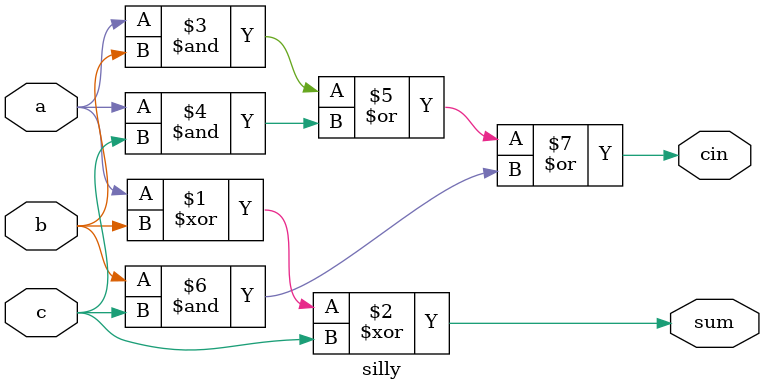
<source format=sv>
module silly (input  logic a, b, c, output logic cin, sum);
   
  assign sum = a ^ b ^ c;

  assign cin = (a & b) | (a & c) | (b & c);
   
endmodule

</source>
